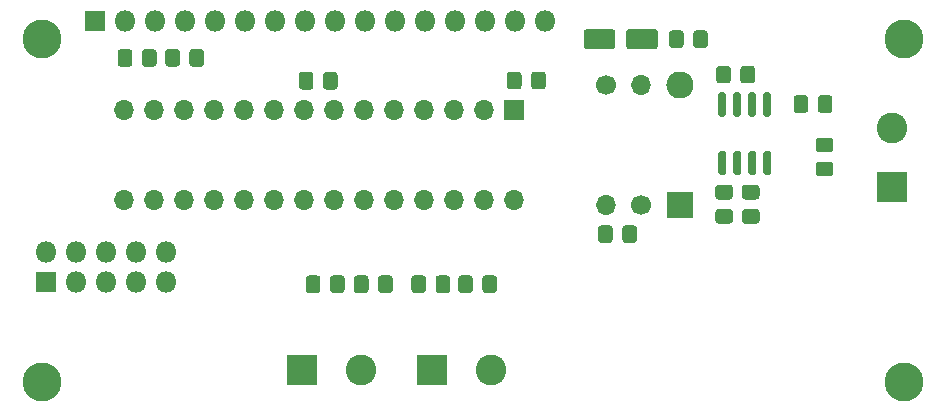
<source format=gbr>
%TF.GenerationSoftware,KiCad,Pcbnew,5.1.6*%
%TF.CreationDate,2020-08-16T16:00:55+02:00*%
%TF.ProjectId,volume_detection,766f6c75-6d65-45f6-9465-74656374696f,rev?*%
%TF.SameCoordinates,Original*%
%TF.FileFunction,Soldermask,Top*%
%TF.FilePolarity,Negative*%
%FSLAX46Y46*%
G04 Gerber Fmt 4.6, Leading zero omitted, Abs format (unit mm)*
G04 Created by KiCad (PCBNEW 5.1.6) date 2020-08-16 16:00:55*
%MOMM*%
%LPD*%
G01*
G04 APERTURE LIST*
%ADD10O,1.700000X1.700000*%
%ADD11C,1.700000*%
%ADD12C,3.300000*%
%ADD13R,2.300000X2.300000*%
%ADD14O,2.300000X2.300000*%
%ADD15R,1.800000X1.800000*%
%ADD16O,1.800000X1.800000*%
%ADD17R,2.600000X2.600000*%
%ADD18C,2.600000*%
%ADD19R,1.700000X1.700000*%
G04 APERTURE END LIST*
D10*
%TO.C,L2*%
X101269800Y-141503400D03*
D11*
X101269800Y-131343400D03*
%TD*%
D12*
%TO.C,REF\u002A\u002A*%
X126500000Y-127500000D03*
%TD*%
%TO.C,REF\u002A\u002A*%
X126500000Y-156500000D03*
%TD*%
%TO.C,REF\u002A\u002A*%
X53500000Y-156500000D03*
%TD*%
%TO.C,REF\u002A\u002A*%
X53500000Y-127500000D03*
%TD*%
%TO.C,C1*%
G36*
G01*
X113021738Y-139825000D02*
X113978262Y-139825000D01*
G75*
G02*
X114250000Y-140096738I0J-271738D01*
G01*
X114250000Y-140803262D01*
G75*
G02*
X113978262Y-141075000I-271738J0D01*
G01*
X113021738Y-141075000D01*
G75*
G02*
X112750000Y-140803262I0J271738D01*
G01*
X112750000Y-140096738D01*
G75*
G02*
X113021738Y-139825000I271738J0D01*
G01*
G37*
G36*
G01*
X113021738Y-141875000D02*
X113978262Y-141875000D01*
G75*
G02*
X114250000Y-142146738I0J-271738D01*
G01*
X114250000Y-142853262D01*
G75*
G02*
X113978262Y-143125000I-271738J0D01*
G01*
X113021738Y-143125000D01*
G75*
G02*
X112750000Y-142853262I0J271738D01*
G01*
X112750000Y-142146738D01*
G75*
G02*
X113021738Y-141875000I271738J0D01*
G01*
G37*
%TD*%
%TO.C,C2*%
G36*
G01*
X102625000Y-144478262D02*
X102625000Y-143521738D01*
G75*
G02*
X102896738Y-143250000I271738J0D01*
G01*
X103603262Y-143250000D01*
G75*
G02*
X103875000Y-143521738I0J-271738D01*
G01*
X103875000Y-144478262D01*
G75*
G02*
X103603262Y-144750000I-271738J0D01*
G01*
X102896738Y-144750000D01*
G75*
G02*
X102625000Y-144478262I0J271738D01*
G01*
G37*
G36*
G01*
X100575000Y-144478262D02*
X100575000Y-143521738D01*
G75*
G02*
X100846738Y-143250000I271738J0D01*
G01*
X101553262Y-143250000D01*
G75*
G02*
X101825000Y-143521738I0J-271738D01*
G01*
X101825000Y-144478262D01*
G75*
G02*
X101553262Y-144750000I-271738J0D01*
G01*
X100846738Y-144750000D01*
G75*
G02*
X100575000Y-144478262I0J271738D01*
G01*
G37*
%TD*%
%TO.C,C3*%
G36*
G01*
X76482200Y-130540338D02*
X76482200Y-131496862D01*
G75*
G02*
X76210462Y-131768600I-271738J0D01*
G01*
X75503938Y-131768600D01*
G75*
G02*
X75232200Y-131496862I0J271738D01*
G01*
X75232200Y-130540338D01*
G75*
G02*
X75503938Y-130268600I271738J0D01*
G01*
X76210462Y-130268600D01*
G75*
G02*
X76482200Y-130540338I0J-271738D01*
G01*
G37*
G36*
G01*
X78532200Y-130540338D02*
X78532200Y-131496862D01*
G75*
G02*
X78260462Y-131768600I-271738J0D01*
G01*
X77553938Y-131768600D01*
G75*
G02*
X77282200Y-131496862I0J271738D01*
G01*
X77282200Y-130540338D01*
G75*
G02*
X77553938Y-130268600I271738J0D01*
G01*
X78260462Y-130268600D01*
G75*
G02*
X78532200Y-130540338I0J-271738D01*
G01*
G37*
%TD*%
%TO.C,C4*%
G36*
G01*
X119271738Y-135825000D02*
X120228262Y-135825000D01*
G75*
G02*
X120500000Y-136096738I0J-271738D01*
G01*
X120500000Y-136803262D01*
G75*
G02*
X120228262Y-137075000I-271738J0D01*
G01*
X119271738Y-137075000D01*
G75*
G02*
X119000000Y-136803262I0J271738D01*
G01*
X119000000Y-136096738D01*
G75*
G02*
X119271738Y-135825000I271738J0D01*
G01*
G37*
G36*
G01*
X119271738Y-137875000D02*
X120228262Y-137875000D01*
G75*
G02*
X120500000Y-138146738I0J-271738D01*
G01*
X120500000Y-138853262D01*
G75*
G02*
X120228262Y-139125000I-271738J0D01*
G01*
X119271738Y-139125000D01*
G75*
G02*
X119000000Y-138853262I0J271738D01*
G01*
X119000000Y-138146738D01*
G75*
G02*
X119271738Y-137875000I271738J0D01*
G01*
G37*
%TD*%
%TO.C,Co1*%
G36*
G01*
X105650000Y-126915625D02*
X105650000Y-128084375D01*
G75*
G02*
X105384375Y-128350000I-265625J0D01*
G01*
X103215625Y-128350000D01*
G75*
G02*
X102950000Y-128084375I0J265625D01*
G01*
X102950000Y-126915625D01*
G75*
G02*
X103215625Y-126650000I265625J0D01*
G01*
X105384375Y-126650000D01*
G75*
G02*
X105650000Y-126915625I0J-265625D01*
G01*
G37*
G36*
G01*
X102050000Y-126915625D02*
X102050000Y-128084375D01*
G75*
G02*
X101784375Y-128350000I-265625J0D01*
G01*
X99615625Y-128350000D01*
G75*
G02*
X99350000Y-128084375I0J265625D01*
G01*
X99350000Y-126915625D01*
G75*
G02*
X99615625Y-126650000I265625J0D01*
G01*
X101784375Y-126650000D01*
G75*
G02*
X102050000Y-126915625I0J-265625D01*
G01*
G37*
%TD*%
%TO.C,Ct1*%
G36*
G01*
X113875000Y-130021738D02*
X113875000Y-130978262D01*
G75*
G02*
X113603262Y-131250000I-271738J0D01*
G01*
X112896738Y-131250000D01*
G75*
G02*
X112625000Y-130978262I0J271738D01*
G01*
X112625000Y-130021738D01*
G75*
G02*
X112896738Y-129750000I271738J0D01*
G01*
X113603262Y-129750000D01*
G75*
G02*
X113875000Y-130021738I0J-271738D01*
G01*
G37*
G36*
G01*
X111825000Y-130021738D02*
X111825000Y-130978262D01*
G75*
G02*
X111553262Y-131250000I-271738J0D01*
G01*
X110846738Y-131250000D01*
G75*
G02*
X110575000Y-130978262I0J271738D01*
G01*
X110575000Y-130021738D01*
G75*
G02*
X110846738Y-129750000I271738J0D01*
G01*
X111553262Y-129750000D01*
G75*
G02*
X111825000Y-130021738I0J-271738D01*
G01*
G37*
%TD*%
D13*
%TO.C,D1*%
X107500000Y-141500000D03*
D14*
X107500000Y-131340000D03*
%TD*%
D15*
%TO.C,J1*%
X53840000Y-148040000D03*
D16*
X53840000Y-145500000D03*
X56380000Y-148040000D03*
X56380000Y-145500000D03*
X58920000Y-148040000D03*
X58920000Y-145500000D03*
X61460000Y-148040000D03*
X61460000Y-145500000D03*
X64000000Y-148040000D03*
X64000000Y-145500000D03*
%TD*%
D17*
%TO.C,J2*%
X75500000Y-155500000D03*
D18*
X80500000Y-155500000D03*
%TD*%
D17*
%TO.C,J3*%
X86500000Y-155500000D03*
D18*
X91500000Y-155500000D03*
%TD*%
%TO.C,J4*%
X125500000Y-135000000D03*
D17*
X125500000Y-140000000D03*
%TD*%
D11*
%TO.C,L1*%
X104250000Y-141500000D03*
D10*
X104250000Y-131340000D03*
%TD*%
D15*
%TO.C,LCd1*%
X58000000Y-126000000D03*
D16*
X60540000Y-126000000D03*
X63080000Y-126000000D03*
X65620000Y-126000000D03*
X68160000Y-126000000D03*
X70700000Y-126000000D03*
X73240000Y-126000000D03*
X75780000Y-126000000D03*
X78320000Y-126000000D03*
X80860000Y-126000000D03*
X83400000Y-126000000D03*
X85940000Y-126000000D03*
X88480000Y-126000000D03*
X91020000Y-126000000D03*
X93560000Y-126000000D03*
X96100000Y-126000000D03*
%TD*%
%TO.C,R1*%
G36*
G01*
X110771738Y-139825000D02*
X111728262Y-139825000D01*
G75*
G02*
X112000000Y-140096738I0J-271738D01*
G01*
X112000000Y-140803262D01*
G75*
G02*
X111728262Y-141075000I-271738J0D01*
G01*
X110771738Y-141075000D01*
G75*
G02*
X110500000Y-140803262I0J271738D01*
G01*
X110500000Y-140096738D01*
G75*
G02*
X110771738Y-139825000I271738J0D01*
G01*
G37*
G36*
G01*
X110771738Y-141875000D02*
X111728262Y-141875000D01*
G75*
G02*
X112000000Y-142146738I0J-271738D01*
G01*
X112000000Y-142853262D01*
G75*
G02*
X111728262Y-143125000I-271738J0D01*
G01*
X110771738Y-143125000D01*
G75*
G02*
X110500000Y-142853262I0J271738D01*
G01*
X110500000Y-142146738D01*
G75*
G02*
X110771738Y-141875000I271738J0D01*
G01*
G37*
%TD*%
%TO.C,R2*%
G36*
G01*
X106575000Y-127978262D02*
X106575000Y-127021738D01*
G75*
G02*
X106846738Y-126750000I271738J0D01*
G01*
X107553262Y-126750000D01*
G75*
G02*
X107825000Y-127021738I0J-271738D01*
G01*
X107825000Y-127978262D01*
G75*
G02*
X107553262Y-128250000I-271738J0D01*
G01*
X106846738Y-128250000D01*
G75*
G02*
X106575000Y-127978262I0J271738D01*
G01*
G37*
G36*
G01*
X108625000Y-127978262D02*
X108625000Y-127021738D01*
G75*
G02*
X108896738Y-126750000I271738J0D01*
G01*
X109603262Y-126750000D01*
G75*
G02*
X109875000Y-127021738I0J-271738D01*
G01*
X109875000Y-127978262D01*
G75*
G02*
X109603262Y-128250000I-271738J0D01*
G01*
X108896738Y-128250000D01*
G75*
G02*
X108625000Y-127978262I0J271738D01*
G01*
G37*
%TD*%
%TO.C,R3*%
G36*
G01*
X94100000Y-130521738D02*
X94100000Y-131478262D01*
G75*
G02*
X93828262Y-131750000I-271738J0D01*
G01*
X93121738Y-131750000D01*
G75*
G02*
X92850000Y-131478262I0J271738D01*
G01*
X92850000Y-130521738D01*
G75*
G02*
X93121738Y-130250000I271738J0D01*
G01*
X93828262Y-130250000D01*
G75*
G02*
X94100000Y-130521738I0J-271738D01*
G01*
G37*
G36*
G01*
X96150000Y-130521738D02*
X96150000Y-131478262D01*
G75*
G02*
X95878262Y-131750000I-271738J0D01*
G01*
X95171738Y-131750000D01*
G75*
G02*
X94900000Y-131478262I0J271738D01*
G01*
X94900000Y-130521738D01*
G75*
G02*
X95171738Y-130250000I271738J0D01*
G01*
X95878262Y-130250000D01*
G75*
G02*
X96150000Y-130521738I0J-271738D01*
G01*
G37*
%TD*%
%TO.C,R4*%
G36*
G01*
X59898000Y-129566462D02*
X59898000Y-128609938D01*
G75*
G02*
X60169738Y-128338200I271738J0D01*
G01*
X60876262Y-128338200D01*
G75*
G02*
X61148000Y-128609938I0J-271738D01*
G01*
X61148000Y-129566462D01*
G75*
G02*
X60876262Y-129838200I-271738J0D01*
G01*
X60169738Y-129838200D01*
G75*
G02*
X59898000Y-129566462I0J271738D01*
G01*
G37*
G36*
G01*
X61948000Y-129566462D02*
X61948000Y-128609938D01*
G75*
G02*
X62219738Y-128338200I271738J0D01*
G01*
X62926262Y-128338200D01*
G75*
G02*
X63198000Y-128609938I0J-271738D01*
G01*
X63198000Y-129566462D01*
G75*
G02*
X62926262Y-129838200I-271738J0D01*
G01*
X62219738Y-129838200D01*
G75*
G02*
X61948000Y-129566462I0J271738D01*
G01*
G37*
%TD*%
%TO.C,R5*%
G36*
G01*
X65973800Y-129561062D02*
X65973800Y-128604538D01*
G75*
G02*
X66245538Y-128332800I271738J0D01*
G01*
X66952062Y-128332800D01*
G75*
G02*
X67223800Y-128604538I0J-271738D01*
G01*
X67223800Y-129561062D01*
G75*
G02*
X66952062Y-129832800I-271738J0D01*
G01*
X66245538Y-129832800D01*
G75*
G02*
X65973800Y-129561062I0J271738D01*
G01*
G37*
G36*
G01*
X63923800Y-129561062D02*
X63923800Y-128604538D01*
G75*
G02*
X64195538Y-128332800I271738J0D01*
G01*
X64902062Y-128332800D01*
G75*
G02*
X65173800Y-128604538I0J-271738D01*
G01*
X65173800Y-129561062D01*
G75*
G02*
X64902062Y-129832800I-271738J0D01*
G01*
X64195538Y-129832800D01*
G75*
G02*
X63923800Y-129561062I0J271738D01*
G01*
G37*
%TD*%
%TO.C,R6*%
G36*
G01*
X81946200Y-148728262D02*
X81946200Y-147771738D01*
G75*
G02*
X82217938Y-147500000I271738J0D01*
G01*
X82924462Y-147500000D01*
G75*
G02*
X83196200Y-147771738I0J-271738D01*
G01*
X83196200Y-148728262D01*
G75*
G02*
X82924462Y-149000000I-271738J0D01*
G01*
X82217938Y-149000000D01*
G75*
G02*
X81946200Y-148728262I0J271738D01*
G01*
G37*
G36*
G01*
X79896200Y-148728262D02*
X79896200Y-147771738D01*
G75*
G02*
X80167938Y-147500000I271738J0D01*
G01*
X80874462Y-147500000D01*
G75*
G02*
X81146200Y-147771738I0J-271738D01*
G01*
X81146200Y-148728262D01*
G75*
G02*
X80874462Y-149000000I-271738J0D01*
G01*
X80167938Y-149000000D01*
G75*
G02*
X79896200Y-148728262I0J271738D01*
G01*
G37*
%TD*%
%TO.C,R7*%
G36*
G01*
X75825000Y-148728262D02*
X75825000Y-147771738D01*
G75*
G02*
X76096738Y-147500000I271738J0D01*
G01*
X76803262Y-147500000D01*
G75*
G02*
X77075000Y-147771738I0J-271738D01*
G01*
X77075000Y-148728262D01*
G75*
G02*
X76803262Y-149000000I-271738J0D01*
G01*
X76096738Y-149000000D01*
G75*
G02*
X75825000Y-148728262I0J271738D01*
G01*
G37*
G36*
G01*
X77875000Y-148728262D02*
X77875000Y-147771738D01*
G75*
G02*
X78146738Y-147500000I271738J0D01*
G01*
X78853262Y-147500000D01*
G75*
G02*
X79125000Y-147771738I0J-271738D01*
G01*
X79125000Y-148728262D01*
G75*
G02*
X78853262Y-149000000I-271738J0D01*
G01*
X78146738Y-149000000D01*
G75*
G02*
X77875000Y-148728262I0J271738D01*
G01*
G37*
%TD*%
%TO.C,R8*%
G36*
G01*
X88073000Y-147771738D02*
X88073000Y-148728262D01*
G75*
G02*
X87801262Y-149000000I-271738J0D01*
G01*
X87094738Y-149000000D01*
G75*
G02*
X86823000Y-148728262I0J271738D01*
G01*
X86823000Y-147771738D01*
G75*
G02*
X87094738Y-147500000I271738J0D01*
G01*
X87801262Y-147500000D01*
G75*
G02*
X88073000Y-147771738I0J-271738D01*
G01*
G37*
G36*
G01*
X86023000Y-147771738D02*
X86023000Y-148728262D01*
G75*
G02*
X85751262Y-149000000I-271738J0D01*
G01*
X85044738Y-149000000D01*
G75*
G02*
X84773000Y-148728262I0J271738D01*
G01*
X84773000Y-147771738D01*
G75*
G02*
X85044738Y-147500000I271738J0D01*
G01*
X85751262Y-147500000D01*
G75*
G02*
X86023000Y-147771738I0J-271738D01*
G01*
G37*
%TD*%
%TO.C,R9*%
G36*
G01*
X89978000Y-147771738D02*
X89978000Y-148728262D01*
G75*
G02*
X89706262Y-149000000I-271738J0D01*
G01*
X88999738Y-149000000D01*
G75*
G02*
X88728000Y-148728262I0J271738D01*
G01*
X88728000Y-147771738D01*
G75*
G02*
X88999738Y-147500000I271738J0D01*
G01*
X89706262Y-147500000D01*
G75*
G02*
X89978000Y-147771738I0J-271738D01*
G01*
G37*
G36*
G01*
X92028000Y-147771738D02*
X92028000Y-148728262D01*
G75*
G02*
X91756262Y-149000000I-271738J0D01*
G01*
X91049738Y-149000000D01*
G75*
G02*
X90778000Y-148728262I0J271738D01*
G01*
X90778000Y-147771738D01*
G75*
G02*
X91049738Y-147500000I271738J0D01*
G01*
X91756262Y-147500000D01*
G75*
G02*
X92028000Y-147771738I0J-271738D01*
G01*
G37*
%TD*%
%TO.C,Rsc1*%
G36*
G01*
X118375000Y-132521738D02*
X118375000Y-133478262D01*
G75*
G02*
X118103262Y-133750000I-271738J0D01*
G01*
X117396738Y-133750000D01*
G75*
G02*
X117125000Y-133478262I0J271738D01*
G01*
X117125000Y-132521738D01*
G75*
G02*
X117396738Y-132250000I271738J0D01*
G01*
X118103262Y-132250000D01*
G75*
G02*
X118375000Y-132521738I0J-271738D01*
G01*
G37*
G36*
G01*
X120425000Y-132521738D02*
X120425000Y-133478262D01*
G75*
G02*
X120153262Y-133750000I-271738J0D01*
G01*
X119446738Y-133750000D01*
G75*
G02*
X119175000Y-133478262I0J271738D01*
G01*
X119175000Y-132521738D01*
G75*
G02*
X119446738Y-132250000I271738J0D01*
G01*
X120153262Y-132250000D01*
G75*
G02*
X120425000Y-132521738I0J-271738D01*
G01*
G37*
%TD*%
%TO.C,U1*%
G36*
G01*
X114730000Y-132000000D02*
X115080000Y-132000000D01*
G75*
G02*
X115255000Y-132175000I0J-175000D01*
G01*
X115255000Y-133875000D01*
G75*
G02*
X115080000Y-134050000I-175000J0D01*
G01*
X114730000Y-134050000D01*
G75*
G02*
X114555000Y-133875000I0J175000D01*
G01*
X114555000Y-132175000D01*
G75*
G02*
X114730000Y-132000000I175000J0D01*
G01*
G37*
G36*
G01*
X113460000Y-132000000D02*
X113810000Y-132000000D01*
G75*
G02*
X113985000Y-132175000I0J-175000D01*
G01*
X113985000Y-133875000D01*
G75*
G02*
X113810000Y-134050000I-175000J0D01*
G01*
X113460000Y-134050000D01*
G75*
G02*
X113285000Y-133875000I0J175000D01*
G01*
X113285000Y-132175000D01*
G75*
G02*
X113460000Y-132000000I175000J0D01*
G01*
G37*
G36*
G01*
X112190000Y-132000000D02*
X112540000Y-132000000D01*
G75*
G02*
X112715000Y-132175000I0J-175000D01*
G01*
X112715000Y-133875000D01*
G75*
G02*
X112540000Y-134050000I-175000J0D01*
G01*
X112190000Y-134050000D01*
G75*
G02*
X112015000Y-133875000I0J175000D01*
G01*
X112015000Y-132175000D01*
G75*
G02*
X112190000Y-132000000I175000J0D01*
G01*
G37*
G36*
G01*
X110920000Y-132000000D02*
X111270000Y-132000000D01*
G75*
G02*
X111445000Y-132175000I0J-175000D01*
G01*
X111445000Y-133875000D01*
G75*
G02*
X111270000Y-134050000I-175000J0D01*
G01*
X110920000Y-134050000D01*
G75*
G02*
X110745000Y-133875000I0J175000D01*
G01*
X110745000Y-132175000D01*
G75*
G02*
X110920000Y-132000000I175000J0D01*
G01*
G37*
G36*
G01*
X110920000Y-136950000D02*
X111270000Y-136950000D01*
G75*
G02*
X111445000Y-137125000I0J-175000D01*
G01*
X111445000Y-138825000D01*
G75*
G02*
X111270000Y-139000000I-175000J0D01*
G01*
X110920000Y-139000000D01*
G75*
G02*
X110745000Y-138825000I0J175000D01*
G01*
X110745000Y-137125000D01*
G75*
G02*
X110920000Y-136950000I175000J0D01*
G01*
G37*
G36*
G01*
X112190000Y-136950000D02*
X112540000Y-136950000D01*
G75*
G02*
X112715000Y-137125000I0J-175000D01*
G01*
X112715000Y-138825000D01*
G75*
G02*
X112540000Y-139000000I-175000J0D01*
G01*
X112190000Y-139000000D01*
G75*
G02*
X112015000Y-138825000I0J175000D01*
G01*
X112015000Y-137125000D01*
G75*
G02*
X112190000Y-136950000I175000J0D01*
G01*
G37*
G36*
G01*
X113460000Y-136950000D02*
X113810000Y-136950000D01*
G75*
G02*
X113985000Y-137125000I0J-175000D01*
G01*
X113985000Y-138825000D01*
G75*
G02*
X113810000Y-139000000I-175000J0D01*
G01*
X113460000Y-139000000D01*
G75*
G02*
X113285000Y-138825000I0J175000D01*
G01*
X113285000Y-137125000D01*
G75*
G02*
X113460000Y-136950000I175000J0D01*
G01*
G37*
G36*
G01*
X114730000Y-136950000D02*
X115080000Y-136950000D01*
G75*
G02*
X115255000Y-137125000I0J-175000D01*
G01*
X115255000Y-138825000D01*
G75*
G02*
X115080000Y-139000000I-175000J0D01*
G01*
X114730000Y-139000000D01*
G75*
G02*
X114555000Y-138825000I0J175000D01*
G01*
X114555000Y-137125000D01*
G75*
G02*
X114730000Y-136950000I175000J0D01*
G01*
G37*
%TD*%
D19*
%TO.C,U2*%
X93500000Y-133500000D03*
D10*
X60480000Y-141120000D03*
X90960000Y-133500000D03*
X63020000Y-141120000D03*
X88420000Y-133500000D03*
X65560000Y-141120000D03*
X85880000Y-133500000D03*
X68100000Y-141120000D03*
X83340000Y-133500000D03*
X70640000Y-141120000D03*
X80800000Y-133500000D03*
X73180000Y-141120000D03*
X78260000Y-133500000D03*
X75720000Y-141120000D03*
X75720000Y-133500000D03*
X78260000Y-141120000D03*
X73180000Y-133500000D03*
X80800000Y-141120000D03*
X70640000Y-133500000D03*
X83340000Y-141120000D03*
X68100000Y-133500000D03*
X85880000Y-141120000D03*
X65560000Y-133500000D03*
X88420000Y-141120000D03*
X63020000Y-133500000D03*
X90960000Y-141120000D03*
X60480000Y-133500000D03*
X93500000Y-141120000D03*
%TD*%
M02*

</source>
